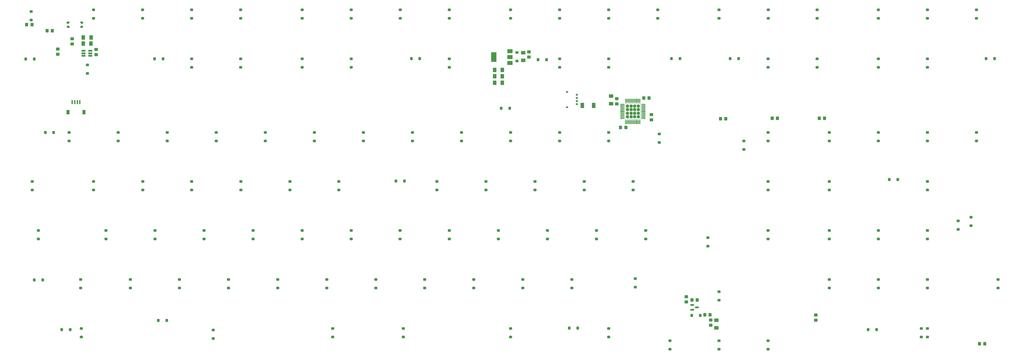
<source format=gbr>
G04 #@! TF.GenerationSoftware,KiCad,Pcbnew,7.0.2*
G04 #@! TF.CreationDate,2023-06-04T01:27:27-04:00*
G04 #@! TF.ProjectId,Boston-keyboard-V082DHI,426f7374-6f6e-42d6-9b65-79626f617264,rev?*
G04 #@! TF.SameCoordinates,Original*
G04 #@! TF.FileFunction,Paste,Bot*
G04 #@! TF.FilePolarity,Positive*
%FSLAX46Y46*%
G04 Gerber Fmt 4.6, Leading zero omitted, Abs format (unit mm)*
G04 Created by KiCad (PCBNEW 7.0.2) date 2023-06-04 01:27:27*
%MOMM*%
%LPD*%
G01*
G04 APERTURE LIST*
G04 Aperture macros list*
%AMRoundRect*
0 Rectangle with rounded corners*
0 $1 Rounding radius*
0 $2 $3 $4 $5 $6 $7 $8 $9 X,Y pos of 4 corners*
0 Add a 4 corners polygon primitive as box body*
4,1,4,$2,$3,$4,$5,$6,$7,$8,$9,$2,$3,0*
0 Add four circle primitives for the rounded corners*
1,1,$1+$1,$2,$3*
1,1,$1+$1,$4,$5*
1,1,$1+$1,$6,$7*
1,1,$1+$1,$8,$9*
0 Add four rect primitives between the rounded corners*
20,1,$1+$1,$2,$3,$4,$5,0*
20,1,$1+$1,$4,$5,$6,$7,0*
20,1,$1+$1,$6,$7,$8,$9,0*
20,1,$1+$1,$8,$9,$2,$3,0*%
%AMFreePoly0*
4,1,28,0.525059,0.400000,0.532182,0.397024,0.539142,0.394142,0.539153,0.394113,0.539183,0.394101,0.542090,0.387022,0.545000,0.380000,0.545000,-0.380000,0.539142,-0.394142,0.525000,-0.400000,-0.650000,-0.400000,-0.664142,-0.394142,-0.670000,-0.380000,-0.664142,-0.365858,-0.650000,-0.360000,-0.645403,-0.360000,-0.649771,-0.349394,-0.646861,-0.337380,-0.596034,-0.254811,-0.509604,-0.081220,
-0.439105,0.099429,-0.385107,0.285677,-0.366569,0.380847,-0.365754,0.382315,-0.365871,0.382599,-0.359972,0.396724,-0.345813,0.402541,0.525059,0.400000,0.525059,0.400000,$1*%
%AMFreePoly1*
4,1,27,0.539142,0.394142,0.545000,0.380000,0.545000,-0.380000,0.542090,-0.387022,0.539183,-0.394101,0.539153,-0.394113,0.539142,-0.394142,0.532182,-0.397024,0.525059,-0.400000,-0.345813,-0.402541,-0.359972,-0.396724,-0.365871,-0.382599,-0.360054,-0.368440,-0.356003,-0.366748,-0.366375,-0.362091,-0.372521,-0.351367,-0.392501,-0.256009,-0.449448,-0.069660,-0.522971,0.110794,-0.612470,0.283880,
-0.664821,0.366049,-0.665820,0.369911,-0.670000,0.380000,-0.664142,0.394142,-0.650000,0.400000,0.525000,0.400000,0.539142,0.394142,0.539142,0.394142,$1*%
%AMFreePoly2*
4,1,31,0.319736,0.407785,0.429772,0.357533,0.521194,0.278316,0.586594,0.176551,0.620674,0.060484,0.620674,-0.060484,0.586594,-0.176551,0.521194,-0.278316,0.429772,-0.357533,0.319736,-0.407785,0.199999,-0.425000,-0.575001,-0.424979,-0.592678,-0.417657,-0.600000,-0.399978,-0.592678,-0.382301,-0.590938,-0.381580,-0.588854,-0.372453,-0.535362,-0.282963,-0.445108,-0.094990,-0.372348,0.100422,
-0.317686,0.301647,-0.299623,0.404329,-0.293189,0.416443,-0.292678,0.417678,-0.292493,0.417754,-0.292376,0.417975,-0.278492,0.424755,-0.276455,0.424396,-0.275000,0.425000,0.200000,0.425000,0.319736,0.407785,0.319736,0.407785,$1*%
G04 Aperture macros list end*
%ADD10RoundRect,0.250000X-0.350000X0.250000X-0.350000X-0.250000X0.350000X-0.250000X0.350000X0.250000X0*%
%ADD11RoundRect,0.250001X0.624999X-0.462499X0.624999X0.462499X-0.624999X0.462499X-0.624999X-0.462499X0*%
%ADD12RoundRect,0.250000X0.250000X0.350000X-0.250000X0.350000X-0.250000X-0.350000X0.250000X-0.350000X0*%
%ADD13RoundRect,0.250001X-0.462499X-0.624999X0.462499X-0.624999X0.462499X0.624999X-0.462499X0.624999X0*%
%ADD14R,2.000000X1.500000*%
%ADD15R,2.000000X3.800000*%
%ADD16RoundRect,0.250000X-0.450000X0.325000X-0.450000X-0.325000X0.450000X-0.325000X0.450000X0.325000X0*%
%ADD17RoundRect,0.250000X0.350000X0.450000X-0.350000X0.450000X-0.350000X-0.450000X0.350000X-0.450000X0*%
%ADD18RoundRect,0.150000X0.275000X-0.150000X0.275000X0.150000X-0.275000X0.150000X-0.275000X-0.150000X0*%
%ADD19RoundRect,0.175000X0.225000X-0.175000X0.225000X0.175000X-0.225000X0.175000X-0.225000X-0.175000X0*%
%ADD20R,1.400000X2.100000*%
%ADD21RoundRect,0.250000X-0.450000X0.350000X-0.450000X-0.350000X0.450000X-0.350000X0.450000X0.350000X0*%
%ADD22RoundRect,0.250000X0.350000X-0.250000X0.350000X0.250000X-0.350000X0.250000X-0.350000X-0.250000X0*%
%ADD23RoundRect,0.250001X-0.624999X0.462499X-0.624999X-0.462499X0.624999X-0.462499X0.624999X0.462499X0*%
%ADD24RoundRect,0.250000X0.450000X-0.325000X0.450000X0.325000X-0.450000X0.325000X-0.450000X-0.325000X0*%
%ADD25RoundRect,0.075000X0.662500X0.075000X-0.662500X0.075000X-0.662500X-0.075000X0.662500X-0.075000X0*%
%ADD26RoundRect,0.075000X0.075000X0.662500X-0.075000X0.662500X-0.075000X-0.662500X0.075000X-0.662500X0*%
%ADD27RoundRect,0.250000X0.325000X0.450000X-0.325000X0.450000X-0.325000X-0.450000X0.325000X-0.450000X0*%
%ADD28RoundRect,0.250000X-0.325000X-0.450000X0.325000X-0.450000X0.325000X0.450000X-0.325000X0.450000X0*%
%ADD29R,1.560000X0.650000*%
%ADD30R,0.600000X1.550000*%
%ADD31R,1.200000X1.800000*%
%ADD32RoundRect,0.250000X0.315000X0.315000X-0.315000X0.315000X-0.315000X-0.315000X0.315000X-0.315000X0*%
%ADD33RoundRect,0.062500X0.375000X0.062500X-0.375000X0.062500X-0.375000X-0.062500X0.375000X-0.062500X0*%
%ADD34RoundRect,0.062500X0.062500X0.375000X-0.062500X0.375000X-0.062500X-0.375000X0.062500X-0.375000X0*%
%ADD35FreePoly0,180.000000*%
%ADD36FreePoly1,180.000000*%
%ADD37FreePoly2,0.000000*%
%ADD38FreePoly1,0.000000*%
%ADD39RoundRect,0.150000X-0.587500X-0.150000X0.587500X-0.150000X0.587500X0.150000X-0.587500X0.150000X0*%
G04 APERTURE END LIST*
D10*
X124340625Y-97256250D03*
X124340625Y-100556250D03*
D11*
X253100000Y-50212500D03*
X253100000Y-47237500D03*
D10*
X238640625Y-97256250D03*
X238640625Y-100556250D03*
D12*
X262150000Y-49925000D03*
X258850000Y-49925000D03*
D13*
X242012500Y-53925000D03*
X244987500Y-53925000D03*
D10*
X286265625Y-49631250D03*
X286265625Y-52931250D03*
X224353125Y-49631250D03*
X224353125Y-52931250D03*
D14*
X247950000Y-46625000D03*
X247950000Y-48925000D03*
D15*
X241650000Y-48925000D03*
D14*
X247950000Y-51225000D03*
D10*
X276778750Y-97256250D03*
X276778750Y-100556250D03*
X348178125Y-78206250D03*
X348178125Y-81506250D03*
D13*
X242012500Y-58925000D03*
X244987500Y-58925000D03*
D12*
X63150000Y-49725000D03*
X59850000Y-49725000D03*
D16*
X87200000Y-46000000D03*
X87200000Y-48050000D03*
D10*
X348216250Y-30581250D03*
X348216250Y-33881250D03*
X76715625Y-78206250D03*
X76715625Y-81506250D03*
X114853750Y-78206250D03*
X114853750Y-81506250D03*
D12*
X212906372Y-49495305D03*
X209606372Y-49495305D03*
D13*
X82262500Y-41325000D03*
X85237500Y-41325000D03*
D10*
X243403125Y-116306250D03*
X243403125Y-119606250D03*
X407709375Y-154406250D03*
X407709375Y-157706250D03*
X329128125Y-30581250D03*
X329128125Y-33881250D03*
X172003750Y-78206250D03*
X172003750Y-81506250D03*
X219590625Y-97256250D03*
X219590625Y-100556250D03*
X300700000Y-116375000D03*
X300700000Y-119675000D03*
D12*
X70750000Y-78225000D03*
X67450000Y-78225000D03*
D10*
X167241250Y-116306250D03*
X167241250Y-119606250D03*
X296600000Y-135075000D03*
X296600000Y-138375000D03*
X410090625Y-97256250D03*
X410090625Y-100556250D03*
D16*
X289400000Y-65139069D03*
X289400000Y-67189069D03*
D10*
X61975000Y-31275000D03*
X61975000Y-34575000D03*
X367228125Y-30581250D03*
X367228125Y-33881250D03*
X143390625Y-30581250D03*
X143390625Y-33881250D03*
D16*
X366700000Y-149200000D03*
X366700000Y-151250000D03*
D10*
X437475000Y-135356250D03*
X437475000Y-138656250D03*
X205341250Y-30581250D03*
X205341250Y-33881250D03*
X124340625Y-49631250D03*
X124340625Y-52931250D03*
D16*
X77900000Y-41800000D03*
X77900000Y-43850000D03*
D10*
X81478125Y-154406250D03*
X81478125Y-157706250D03*
D17*
X351800000Y-72725000D03*
X349800000Y-72725000D03*
D18*
X273875000Y-67225000D03*
X273875000Y-66025000D03*
X273875000Y-64825000D03*
X273875000Y-63625000D03*
D19*
X270100000Y-68375000D03*
X270100000Y-62475000D03*
D20*
X280400000Y-67725000D03*
X276000000Y-67725000D03*
D10*
X64809375Y-116306250D03*
X64809375Y-119606250D03*
X348178125Y-159168750D03*
X348178125Y-162468750D03*
X124340625Y-30581250D03*
X124340625Y-33881250D03*
D21*
X255300000Y-46925000D03*
X255300000Y-48925000D03*
D10*
X91003125Y-116306250D03*
X91003125Y-119606250D03*
D22*
X324800000Y-122425000D03*
X324800000Y-119125000D03*
D10*
X119578125Y-135356250D03*
X119578125Y-138656250D03*
X295790625Y-97256250D03*
X295790625Y-100556250D03*
X83859375Y-52012500D03*
X83859375Y-55312500D03*
X329128125Y-140118750D03*
X329128125Y-143418750D03*
D23*
X328100000Y-151237500D03*
X328100000Y-154212500D03*
D10*
X348178125Y-116306250D03*
X348178125Y-119606250D03*
D12*
X436148747Y-49495305D03*
X432848747Y-49495305D03*
D10*
X305911139Y-78801581D03*
X305911139Y-82101581D03*
X129103125Y-116306250D03*
X129103125Y-119606250D03*
D24*
X302900000Y-73350000D03*
X302900000Y-71300000D03*
D10*
X329128125Y-159168750D03*
X329128125Y-162468750D03*
X371990625Y-97256250D03*
X371990625Y-100556250D03*
X338800000Y-81550000D03*
X338800000Y-84850000D03*
X176766250Y-135356250D03*
X176766250Y-138656250D03*
X248165625Y-78206250D03*
X248165625Y-81506250D03*
X138628125Y-135356250D03*
X138628125Y-138656250D03*
D23*
X287200000Y-64081256D03*
X287200000Y-67056256D03*
D10*
X371990625Y-135356250D03*
X371990625Y-138656250D03*
X305315625Y-30581250D03*
X305315625Y-33881250D03*
X391040625Y-49631250D03*
X391040625Y-52931250D03*
X281503125Y-116306250D03*
X281503125Y-119606250D03*
X286265625Y-78206250D03*
X286265625Y-81506250D03*
X210065625Y-78206250D03*
X210065625Y-81506250D03*
X348178125Y-49631250D03*
X348178125Y-52931250D03*
D12*
X274223611Y-154270393D03*
X270923611Y-154270393D03*
D10*
X224391250Y-30581250D03*
X224391250Y-33881250D03*
X257690625Y-97256250D03*
X257690625Y-100556250D03*
X186253125Y-116306250D03*
X186253125Y-119606250D03*
X81240000Y-135356250D03*
X81240000Y-138656250D03*
X186253125Y-49631250D03*
X186253125Y-52931250D03*
X391040625Y-116306250D03*
X391040625Y-119606250D03*
X214828125Y-135396875D03*
X214828125Y-138696875D03*
D13*
X242012500Y-56425000D03*
X244987500Y-56425000D03*
D10*
X348178125Y-97256250D03*
X348178125Y-100556250D03*
X391040625Y-78206250D03*
X391040625Y-81506250D03*
X429140625Y-30581250D03*
X429140625Y-33881250D03*
X195816250Y-135356250D03*
X195816250Y-138656250D03*
X286265625Y-154406250D03*
X286265625Y-157706250D03*
X410090625Y-30581250D03*
X410090625Y-33881250D03*
X410090625Y-154406250D03*
X410090625Y-157706250D03*
D12*
X390309375Y-154865625D03*
X387009375Y-154865625D03*
D10*
X167203125Y-30581250D03*
X167203125Y-33881250D03*
D25*
X299813125Y-67316875D03*
X299813125Y-67816875D03*
X299813125Y-68316875D03*
X299813125Y-68816875D03*
X299813125Y-69316875D03*
X299813125Y-69816875D03*
X299813125Y-70316875D03*
X299813125Y-70816875D03*
X299813125Y-71316875D03*
X299813125Y-71816875D03*
X299813125Y-72316875D03*
X299813125Y-72816875D03*
D26*
X298400625Y-74229375D03*
X297900625Y-74229375D03*
X297400625Y-74229375D03*
X296900625Y-74229375D03*
X296400625Y-74229375D03*
X295900625Y-74229375D03*
X295400625Y-74229375D03*
X294900625Y-74229375D03*
X294400625Y-74229375D03*
X293900625Y-74229375D03*
X293400625Y-74229375D03*
X292900625Y-74229375D03*
D25*
X291488125Y-72816875D03*
X291488125Y-72316875D03*
X291488125Y-71816875D03*
X291488125Y-71316875D03*
X291488125Y-70816875D03*
X291488125Y-70316875D03*
X291488125Y-69816875D03*
X291488125Y-69316875D03*
X291488125Y-68816875D03*
X291488125Y-68316875D03*
X291488125Y-67816875D03*
X291488125Y-67316875D03*
D26*
X292900625Y-65904375D03*
X293400625Y-65904375D03*
X293900625Y-65904375D03*
X294400625Y-65904375D03*
X294900625Y-65904375D03*
X295400625Y-65904375D03*
X295900625Y-65904375D03*
X296400625Y-65904375D03*
X296900625Y-65904375D03*
X297400625Y-65904375D03*
X297900625Y-65904375D03*
X298400625Y-65904375D03*
D10*
X152953750Y-78206250D03*
X152953750Y-81506250D03*
D12*
X206953242Y-97120345D03*
X203653242Y-97120345D03*
D10*
X233878125Y-135356250D03*
X233878125Y-138656250D03*
X371990625Y-78206250D03*
X371990625Y-81506250D03*
X391040625Y-135356250D03*
X391040625Y-138656250D03*
X186253125Y-30581250D03*
X186253125Y-33881250D03*
D12*
X247850000Y-68825000D03*
X244550000Y-68825000D03*
D10*
X267215625Y-78206250D03*
X267215625Y-81506250D03*
X110053125Y-116306250D03*
X110053125Y-119606250D03*
X100528125Y-135356250D03*
X100528125Y-138656250D03*
D27*
X325625000Y-149125000D03*
X323575000Y-149125000D03*
D10*
X371990625Y-116306250D03*
X371990625Y-119606250D03*
X429140625Y-78206250D03*
X429140625Y-81506250D03*
X229115625Y-78206250D03*
X229115625Y-81506250D03*
D12*
X336750000Y-49525000D03*
X333450000Y-49525000D03*
D10*
X391040625Y-30581250D03*
X391040625Y-33881250D03*
X157716250Y-135356250D03*
X157716250Y-138656250D03*
D12*
X77175000Y-154900000D03*
X73875000Y-154900000D03*
D10*
X62428125Y-97256250D03*
X62428125Y-100556250D03*
D12*
X66442500Y-135577500D03*
X63142500Y-135577500D03*
D10*
X167203125Y-49631250D03*
X167203125Y-52931250D03*
D28*
X290875000Y-76325000D03*
X292925000Y-76325000D03*
D10*
X367228125Y-49631250D03*
X367228125Y-52931250D03*
D24*
X325900000Y-153150000D03*
X325900000Y-151100000D03*
D27*
X301915625Y-64821875D03*
X299865625Y-64821875D03*
D17*
X370100000Y-72725000D03*
X368100000Y-72725000D03*
D29*
X84971250Y-46521250D03*
X84971250Y-47471250D03*
X84971250Y-48421250D03*
X82271250Y-48421250D03*
X82271250Y-47471250D03*
X82271250Y-46521250D03*
D13*
X82237500Y-43725000D03*
X85212500Y-43725000D03*
D10*
X248165625Y-30581250D03*
X248165625Y-33881250D03*
X205266250Y-116306250D03*
X205266250Y-119606250D03*
D12*
X321850000Y-149325000D03*
X318550000Y-149325000D03*
D10*
X179109375Y-154406250D03*
X179109375Y-157706250D03*
D27*
X70225000Y-38725000D03*
X68175000Y-38725000D03*
D10*
X271978125Y-135356250D03*
X271978125Y-138656250D03*
X95765625Y-78206250D03*
X95765625Y-81506250D03*
D30*
X80900000Y-66500000D03*
X79900000Y-66500000D03*
X78900000Y-66500000D03*
X77900000Y-66500000D03*
D31*
X82500000Y-70375000D03*
X76300000Y-70375000D03*
D10*
X191015625Y-78206250D03*
X191015625Y-81506250D03*
X252928125Y-135356250D03*
X252928125Y-138656250D03*
X410090625Y-78206250D03*
X410090625Y-81506250D03*
D12*
X114679727Y-151293828D03*
X111379727Y-151293828D03*
D10*
X206493750Y-154406250D03*
X206493750Y-157706250D03*
D22*
X250600000Y-50475000D03*
X250600000Y-47175000D03*
D10*
X422000000Y-112575000D03*
X422000000Y-115875000D03*
X86240625Y-30581250D03*
X86240625Y-33881250D03*
X162478750Y-97256250D03*
X162478750Y-100556250D03*
X267215625Y-30581250D03*
X267215625Y-33881250D03*
X410090625Y-49631250D03*
X410090625Y-52931250D03*
D27*
X62300000Y-36325000D03*
X60250000Y-36325000D03*
D10*
X224353125Y-116306250D03*
X224353125Y-119606250D03*
D32*
X297750625Y-72166875D03*
X297750625Y-70766875D03*
X297750625Y-69366875D03*
X297750625Y-67966875D03*
X296350625Y-72166875D03*
X296350625Y-70766875D03*
X296350625Y-69366875D03*
X296350625Y-67966875D03*
X294950625Y-72166875D03*
X294950625Y-70766875D03*
X294950625Y-69366875D03*
X294950625Y-67966875D03*
X293550625Y-72166875D03*
X293550625Y-70766875D03*
X293550625Y-69366875D03*
X293550625Y-67966875D03*
D33*
X299088125Y-67316875D03*
X299088125Y-67816875D03*
X299088125Y-68316875D03*
X299088125Y-68816875D03*
X299088125Y-69316875D03*
X299088125Y-69816875D03*
X299088125Y-70316875D03*
X299088125Y-70816875D03*
X299088125Y-71316875D03*
X299088125Y-71816875D03*
X299088125Y-72316875D03*
X299088125Y-72816875D03*
D34*
X298400625Y-73504375D03*
X297900625Y-73504375D03*
X297400625Y-73504375D03*
X296900625Y-73504375D03*
X296400625Y-73504375D03*
X295900625Y-73504375D03*
X295400625Y-73504375D03*
X294900625Y-73504375D03*
X294400625Y-73504375D03*
X293900625Y-73504375D03*
X293400625Y-73504375D03*
X292900625Y-73504375D03*
D33*
X292213125Y-72816875D03*
X292213125Y-72316875D03*
X292213125Y-71816875D03*
X292213125Y-71316875D03*
X292213125Y-70816875D03*
X292213125Y-70316875D03*
X292213125Y-69816875D03*
X292213125Y-69316875D03*
X292213125Y-68816875D03*
X292213125Y-68316875D03*
X292213125Y-67816875D03*
X292213125Y-67316875D03*
D34*
X292900625Y-66629375D03*
X293400625Y-66629375D03*
X293900625Y-66629375D03*
X294400625Y-66629375D03*
X294900625Y-66629375D03*
X295400625Y-66629375D03*
X295900625Y-66629375D03*
X296400625Y-66629375D03*
X296900625Y-66629375D03*
X297400625Y-66629375D03*
X297900625Y-66629375D03*
X298400625Y-66629375D03*
D10*
X132675056Y-155001645D03*
X132675056Y-158301645D03*
X105328750Y-97256250D03*
X105328750Y-100556250D03*
D35*
X76333000Y-35575000D03*
D36*
X76358400Y-37175000D03*
D37*
X81565400Y-37175000D03*
D38*
X81641600Y-35575000D03*
D24*
X316400000Y-144150000D03*
X316400000Y-142100000D03*
D10*
X181490625Y-97256250D03*
X181490625Y-100556250D03*
D16*
X72300000Y-45825000D03*
X72300000Y-47875000D03*
D10*
X267215625Y-49631250D03*
X267215625Y-52931250D03*
X310078125Y-159168750D03*
X310078125Y-162468750D03*
D17*
X331700000Y-72925000D03*
X329700000Y-72925000D03*
D10*
X133903750Y-78206250D03*
X133903750Y-81506250D03*
X86240625Y-97256250D03*
X86240625Y-100556250D03*
D39*
X318662500Y-147175000D03*
X318662500Y-145275000D03*
X320537500Y-146225000D03*
D10*
X148153125Y-116306250D03*
X148153125Y-119606250D03*
D12*
X313973643Y-49495305D03*
X310673643Y-49495305D03*
X113250000Y-49625000D03*
X109950000Y-49625000D03*
D10*
X143428750Y-97256250D03*
X143428750Y-100556250D03*
X262453125Y-116306250D03*
X262453125Y-119606250D03*
X410090625Y-135356250D03*
X410090625Y-138656250D03*
D28*
X430275000Y-160325000D03*
X432325000Y-160325000D03*
X318575000Y-143325000D03*
X320625000Y-143325000D03*
D10*
X248165625Y-154406250D03*
X248165625Y-157706250D03*
X410090625Y-116306250D03*
X410090625Y-119606250D03*
X427000000Y-111150000D03*
X427000000Y-114450000D03*
D12*
X398508089Y-96525032D03*
X395208089Y-96525032D03*
D10*
X286303750Y-30581250D03*
X286303750Y-33881250D03*
X143390625Y-49631250D03*
X143390625Y-52931250D03*
X105290625Y-30581250D03*
X105290625Y-33881250D03*
M02*

</source>
